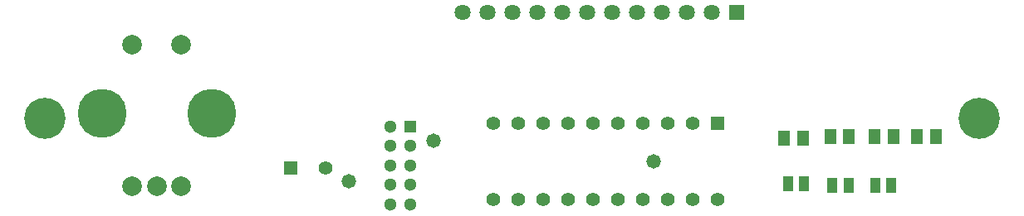
<source format=gbr>
G04*
G04 #@! TF.GenerationSoftware,Altium Limited,Altium Designer,24.4.1 (13)*
G04*
G04 Layer_Color=8388736*
%FSLAX25Y25*%
%MOIN*%
G70*
G04*
G04 #@! TF.SameCoordinates,3EC07A87-705D-4AB8-BE85-6466009946D1*
G04*
G04*
G04 #@! TF.FilePolarity,Negative*
G04*
G01*
G75*
%ADD14R,0.04540X0.06312*%
%ADD15R,0.04147X0.06115*%
%ADD16C,0.06410*%
%ADD17R,0.06410X0.06410*%
%ADD18C,0.07887*%
%ADD19C,0.19698*%
%ADD20C,0.05524*%
%ADD21R,0.05524X0.05524*%
%ADD22C,0.05485*%
%ADD23R,0.05485X0.05485*%
%ADD24C,0.05118*%
%ADD25R,0.05118X0.05118*%
%ADD26C,0.05800*%
%ADD27C,0.16548*%
D14*
X474260Y384500D02*
D03*
X481740D02*
D03*
X527500Y385000D02*
D03*
X534980D02*
D03*
X510520D02*
D03*
X518000D02*
D03*
X500240D02*
D03*
X492760D02*
D03*
D15*
X510752Y365500D02*
D03*
X517248D02*
D03*
X493500D02*
D03*
X499996D02*
D03*
X482248Y366000D02*
D03*
X475752D02*
D03*
D16*
X345000Y435000D02*
D03*
X435000D02*
D03*
X445000D02*
D03*
X415000D02*
D03*
X425000D02*
D03*
X405000D02*
D03*
X395000D02*
D03*
X355000D02*
D03*
X385000D02*
D03*
X375000D02*
D03*
X365000D02*
D03*
D17*
X455000D02*
D03*
D18*
X232185Y365000D02*
D03*
X212500D02*
D03*
X222343D02*
D03*
X232185Y422087D02*
D03*
X212500D02*
D03*
D19*
X200295Y394528D02*
D03*
X244390D02*
D03*
D20*
X290000Y372500D02*
D03*
D21*
X276220D02*
D03*
D22*
X447500Y359685D02*
D03*
X437500D02*
D03*
X427500D02*
D03*
X417500D02*
D03*
X407500D02*
D03*
X397500D02*
D03*
X387500D02*
D03*
X377500D02*
D03*
X367500D02*
D03*
X357500D02*
D03*
Y390315D02*
D03*
X367500D02*
D03*
X377500D02*
D03*
X387500D02*
D03*
X397500D02*
D03*
X407500D02*
D03*
X417500D02*
D03*
X427500D02*
D03*
X437500D02*
D03*
D23*
X447500D02*
D03*
D24*
X316063Y357752D02*
D03*
Y365626D02*
D03*
Y373500D02*
D03*
Y381374D02*
D03*
Y389248D02*
D03*
X323937Y357752D02*
D03*
Y365626D02*
D03*
Y373500D02*
D03*
Y381374D02*
D03*
D25*
Y389248D02*
D03*
D26*
X421900Y375100D02*
D03*
X333300Y383600D02*
D03*
X299500Y367100D02*
D03*
D27*
X177500Y392500D02*
D03*
X552500D02*
D03*
M02*

</source>
